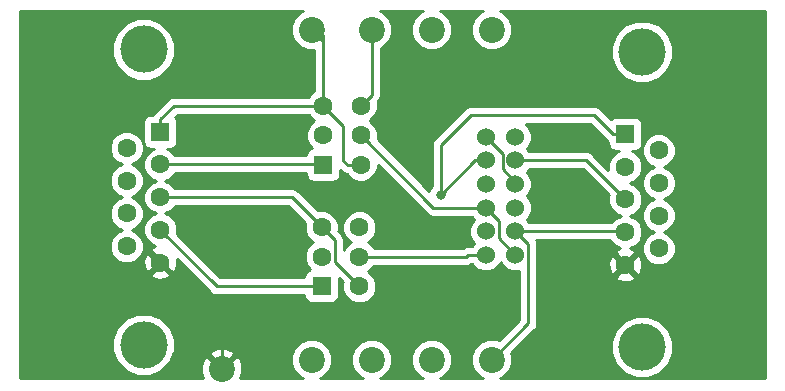
<source format=gbr>
G04 #@! TF.GenerationSoftware,KiCad,Pcbnew,(5.0.1)-rc2*
G04 #@! TF.CreationDate,2019-06-29T00:56:30-07:00*
G04 #@! TF.ProjectId,DB9_Switcher,4442395F53776974636865722E6B6963,rev?*
G04 #@! TF.SameCoordinates,Original*
G04 #@! TF.FileFunction,Copper,L1,Top,Signal*
G04 #@! TF.FilePolarity,Positive*
%FSLAX46Y46*%
G04 Gerber Fmt 4.6, Leading zero omitted, Abs format (unit mm)*
G04 Created by KiCad (PCBNEW (5.0.1)-rc2) date 6/29/2019 12:56:30 AM*
%MOMM*%
%LPD*%
G01*
G04 APERTURE LIST*
G04 #@! TA.AperFunction,ComponentPad*
%ADD10R,1.600000X1.600000*%
G04 #@! TD*
G04 #@! TA.AperFunction,ComponentPad*
%ADD11C,1.600000*%
G04 #@! TD*
G04 #@! TA.AperFunction,ComponentPad*
%ADD12C,4.000000*%
G04 #@! TD*
G04 #@! TA.AperFunction,ComponentPad*
%ADD13C,1.524000*%
G04 #@! TD*
G04 #@! TA.AperFunction,ComponentPad*
%ADD14C,2.200000*%
G04 #@! TD*
G04 #@! TA.AperFunction,ViaPad*
%ADD15C,0.800000*%
G04 #@! TD*
G04 #@! TA.AperFunction,Conductor*
%ADD16C,0.250000*%
G04 #@! TD*
G04 #@! TA.AperFunction,Conductor*
%ADD17C,0.254000*%
G04 #@! TD*
G04 APERTURE END LIST*
D10*
G04 #@! TO.P,J2,1*
G04 #@! TO.N,Net-(J2-Pad1)*
X165481000Y-75882500D03*
D11*
G04 #@! TO.P,J2,2*
G04 #@! TO.N,Net-(J2-Pad2)*
X165481000Y-78652500D03*
G04 #@! TO.P,J2,3*
G04 #@! TO.N,Net-(J2-Pad3)*
X165481000Y-81422500D03*
G04 #@! TO.P,J2,4*
G04 #@! TO.N,Net-(J2-Pad4)*
X165481000Y-84192500D03*
G04 #@! TO.P,J2,5*
G04 #@! TO.N,GND*
X165481000Y-86962500D03*
G04 #@! TO.P,J2,6*
G04 #@! TO.N,Net-(J2-Pad6)*
X168321000Y-77267500D03*
G04 #@! TO.P,J2,7*
G04 #@! TO.N,Net-(J2-Pad7)*
X168321000Y-80037500D03*
G04 #@! TO.P,J2,8*
G04 #@! TO.N,Net-(J2-Pad8)*
X168321000Y-82807500D03*
G04 #@! TO.P,J2,9*
G04 #@! TO.N,Net-(J2-Pad9)*
X168321000Y-85577500D03*
D12*
G04 #@! TO.P,J2,0*
G04 #@! TO.N,N/C*
X166901000Y-93922500D03*
X166901000Y-68922500D03*
G04 #@! TD*
D10*
G04 #@! TO.P,J1,1*
G04 #@! TO.N,/1*
X126111000Y-75692000D03*
D11*
G04 #@! TO.P,J1,2*
G04 #@! TO.N,/2*
X126111000Y-78462000D03*
G04 #@! TO.P,J1,3*
G04 #@! TO.N,/3*
X126111000Y-81232000D03*
G04 #@! TO.P,J1,4*
G04 #@! TO.N,/4*
X126111000Y-84002000D03*
G04 #@! TO.P,J1,5*
G04 #@! TO.N,GND*
X126111000Y-86772000D03*
G04 #@! TO.P,J1,6*
G04 #@! TO.N,Net-(J1-Pad6)*
X123271000Y-77077000D03*
G04 #@! TO.P,J1,7*
G04 #@! TO.N,Net-(J1-Pad7)*
X123271000Y-79847000D03*
G04 #@! TO.P,J1,8*
G04 #@! TO.N,Net-(J1-Pad8)*
X123271000Y-82617000D03*
G04 #@! TO.P,J1,9*
G04 #@! TO.N,Net-(J1-Pad9)*
X123271000Y-85387000D03*
D12*
G04 #@! TO.P,J1,0*
G04 #@! TO.N,N/C*
X124691000Y-68732000D03*
X124691000Y-93732000D03*
G04 #@! TD*
D10*
G04 #@! TO.P,SW1,1*
G04 #@! TO.N,/2*
X139890500Y-78486000D03*
D11*
G04 #@! TO.P,SW1,2*
G04 #@! TO.N,/A_int*
X139890500Y-75986000D03*
G04 #@! TO.P,SW1,3*
G04 #@! TO.N,/1*
X139890500Y-73486000D03*
G04 #@! TO.P,SW1,4*
X143090500Y-78486000D03*
G04 #@! TO.P,SW1,5*
G04 #@! TO.N,/B_int*
X143090500Y-75986000D03*
G04 #@! TO.P,SW1,6*
G04 #@! TO.N,/2*
X143090500Y-73486000D03*
G04 #@! TD*
G04 #@! TO.P,SW2,6*
G04 #@! TO.N,/4*
X142963500Y-83773000D03*
G04 #@! TO.P,SW2,5*
G04 #@! TO.N,/D_int*
X142963500Y-86273000D03*
G04 #@! TO.P,SW2,4*
G04 #@! TO.N,/3*
X142963500Y-88773000D03*
G04 #@! TO.P,SW2,3*
X139763500Y-83773000D03*
G04 #@! TO.P,SW2,2*
G04 #@! TO.N,/C_int*
X139763500Y-86273000D03*
D10*
G04 #@! TO.P,SW2,1*
G04 #@! TO.N,/4*
X139763500Y-88773000D03*
G04 #@! TD*
D13*
G04 #@! TO.P,U1,1*
G04 #@! TO.N,/A_int*
X153670000Y-76128500D03*
G04 #@! TO.P,U1,2*
G04 #@! TO.N,Net-(J2-Pad1)*
X153670000Y-78128500D03*
G04 #@! TO.P,U1,3*
G04 #@! TO.N,/C_int*
X153670000Y-80128500D03*
G04 #@! TO.P,U1,4*
G04 #@! TO.N,/B_int*
X153670000Y-82128500D03*
G04 #@! TO.P,U1,5*
G04 #@! TO.N,Net-(J2-Pad2)*
X153670000Y-84128500D03*
G04 #@! TO.P,U1,6*
G04 #@! TO.N,/D_int*
X153670000Y-86128500D03*
G04 #@! TO.P,U1,7*
G04 #@! TO.N,/C_int*
X156170000Y-76128500D03*
G04 #@! TO.P,U1,8*
G04 #@! TO.N,Net-(J2-Pad3)*
X156170000Y-78128500D03*
G04 #@! TO.P,U1,9*
G04 #@! TO.N,/A_int*
X156170000Y-80128500D03*
G04 #@! TO.P,U1,10*
G04 #@! TO.N,/D_int*
X156170000Y-82128500D03*
G04 #@! TO.P,U1,11*
G04 #@! TO.N,Net-(J2-Pad4)*
X156170000Y-84128500D03*
G04 #@! TO.P,U1,12*
G04 #@! TO.N,/B_int*
X156170000Y-86128500D03*
G04 #@! TD*
D14*
G04 #@! TO.P,GND,1*
G04 #@! TO.N,GND*
X131318000Y-95758000D03*
G04 #@! TD*
G04 #@! TO.P,IN 1,1*
G04 #@! TO.N,/1*
X138938000Y-67056000D03*
G04 #@! TD*
G04 #@! TO.P,IN 2,1*
G04 #@! TO.N,/2*
X144018000Y-67056000D03*
G04 #@! TD*
G04 #@! TO.P,IN 3,1*
G04 #@! TO.N,/3*
X149098000Y-67056000D03*
G04 #@! TD*
G04 #@! TO.P,IN 4,1*
G04 #@! TO.N,/4*
X154178000Y-67056000D03*
G04 #@! TD*
G04 #@! TO.P,OUT 1,1*
G04 #@! TO.N,Net-(J2-Pad1)*
X138938000Y-94996000D03*
G04 #@! TD*
G04 #@! TO.P,OUT 2,1*
G04 #@! TO.N,Net-(J2-Pad2)*
X144018000Y-94996000D03*
G04 #@! TD*
G04 #@! TO.P,OUT 3,1*
G04 #@! TO.N,Net-(J2-Pad3)*
X149098000Y-94996000D03*
G04 #@! TD*
G04 #@! TO.P,OUT 4,1*
G04 #@! TO.N,Net-(J2-Pad4)*
X154178000Y-94996000D03*
G04 #@! TD*
D15*
G04 #@! TO.N,GND*
X161290000Y-67310000D03*
X152400000Y-71755000D03*
X132080000Y-71120000D03*
X119380000Y-71120000D03*
X119380000Y-78740000D03*
X119380000Y-86360000D03*
X119380000Y-91440000D03*
X172720000Y-71120000D03*
X172720000Y-86360000D03*
X172720000Y-78740000D03*
X172720000Y-91440000D03*
X147320000Y-76200000D03*
X147320000Y-83820000D03*
X134620000Y-91440000D03*
X149860000Y-91440000D03*
X159385000Y-94615000D03*
X139700000Y-81280000D03*
X130175000Y-76200000D03*
X130175000Y-80010000D03*
X130175000Y-86360000D03*
X159385000Y-76835000D03*
X159385000Y-81915000D03*
X159385000Y-90170000D03*
G04 #@! TO.N,Net-(J2-Pad1)*
X149860000Y-81026000D03*
G04 #@! TD*
D16*
G04 #@! TO.N,/1*
X127267000Y-73486000D02*
X139890500Y-73486000D01*
X126111000Y-75692000D02*
X126111000Y-74642000D01*
X126111000Y-74642000D02*
X127267000Y-73486000D01*
X141959130Y-78486000D02*
X141605000Y-78131870D01*
X143090500Y-78486000D02*
X141959130Y-78486000D01*
X141605000Y-75200500D02*
X139890500Y-73486000D01*
X141605000Y-78131870D02*
X141605000Y-75200500D01*
X139890500Y-68008500D02*
X138938000Y-67056000D01*
X139890500Y-73486000D02*
X139890500Y-67500500D01*
G04 #@! TO.N,/2*
X139866500Y-78462000D02*
X139890500Y-78486000D01*
X126111000Y-78462000D02*
X139866500Y-78462000D01*
X144018000Y-72558500D02*
X143090500Y-73486000D01*
X144018000Y-66548000D02*
X144018000Y-72558500D01*
G04 #@! TO.N,/3*
X137222500Y-81232000D02*
X139763500Y-83773000D01*
X126111000Y-81232000D02*
X137222500Y-81232000D01*
X142163501Y-87973001D02*
X142963500Y-88773000D01*
X140888501Y-86698001D02*
X142163501Y-87973001D01*
X140888501Y-84898001D02*
X140888501Y-86698001D01*
X139763500Y-83773000D02*
X140888501Y-84898001D01*
G04 #@! TO.N,/4*
X130882000Y-88773000D02*
X139763500Y-88773000D01*
X126111000Y-84002000D02*
X130882000Y-88773000D01*
G04 #@! TO.N,GND*
X131318000Y-91979000D02*
X126111000Y-86772000D01*
X131318000Y-95758000D02*
X131318000Y-91979000D01*
X144780000Y-81280000D02*
X147320000Y-83820000D01*
X139700000Y-81280000D02*
X144780000Y-81280000D01*
X138430000Y-80010000D02*
X139700000Y-81280000D01*
X130175000Y-80010000D02*
X138430000Y-80010000D01*
G04 #@! TO.N,Net-(J2-Pad1)*
X152757500Y-78128500D02*
X153670000Y-78128500D01*
X149860000Y-81026000D02*
X152757500Y-78128500D01*
X164431000Y-75882500D02*
X162843500Y-74295000D01*
X165481000Y-75882500D02*
X164431000Y-75882500D01*
X162843500Y-74295000D02*
X152400000Y-74295000D01*
X149860000Y-76835000D02*
X149860000Y-81026000D01*
X152400000Y-74295000D02*
X149860000Y-76835000D01*
G04 #@! TO.N,Net-(J2-Pad3)*
X162187000Y-78128500D02*
X156170000Y-78128500D01*
X165481000Y-81422500D02*
X162187000Y-78128500D01*
G04 #@! TO.N,Net-(J2-Pad4)*
X165417000Y-84128500D02*
X165481000Y-84192500D01*
X156170000Y-84128500D02*
X165417000Y-84128500D01*
X156931999Y-84890499D02*
X156170000Y-84128500D01*
X157257001Y-85215501D02*
X156931999Y-84890499D01*
X157257001Y-91916999D02*
X157257001Y-85215501D01*
X154178000Y-94996000D02*
X157257001Y-91916999D01*
G04 #@! TO.N,/A_int*
X156170000Y-79970000D02*
X156170000Y-80128500D01*
X155082999Y-78882999D02*
X156170000Y-79970000D01*
X155082999Y-77541499D02*
X155082999Y-78882999D01*
X153670000Y-76128500D02*
X155082999Y-77541499D01*
G04 #@! TO.N,/B_int*
X143090500Y-75986000D02*
X149233000Y-82128500D01*
X149233000Y-82128500D02*
X153670000Y-82128500D01*
X154431999Y-82890499D02*
X153670000Y-82128500D01*
X154757001Y-83215501D02*
X154431999Y-82890499D01*
X154757001Y-84715501D02*
X154757001Y-83215501D01*
X156170000Y-86128500D02*
X154757001Y-84715501D01*
G04 #@! TO.N,/D_int*
X152001500Y-86273000D02*
X152146000Y-86128500D01*
X142963500Y-86273000D02*
X152001500Y-86273000D01*
X152146000Y-86128500D02*
X153670000Y-86128500D01*
G04 #@! TD*
D17*
G04 #@! TO.N,GND*
G36*
X148115201Y-65585138D02*
X147627138Y-66073201D01*
X147363000Y-66710887D01*
X147363000Y-67401113D01*
X147627138Y-68038799D01*
X148115201Y-68526862D01*
X148752887Y-68791000D01*
X149443113Y-68791000D01*
X150080799Y-68526862D01*
X150568862Y-68038799D01*
X150833000Y-67401113D01*
X150833000Y-66710887D01*
X150568862Y-66073201D01*
X150080799Y-65585138D01*
X149826973Y-65480000D01*
X153449027Y-65480000D01*
X153195201Y-65585138D01*
X152707138Y-66073201D01*
X152443000Y-66710887D01*
X152443000Y-67401113D01*
X152707138Y-68038799D01*
X153195201Y-68526862D01*
X153832887Y-68791000D01*
X154523113Y-68791000D01*
X155160799Y-68526862D01*
X155289295Y-68398366D01*
X164266000Y-68398366D01*
X164266000Y-69446634D01*
X164667155Y-70415108D01*
X165408392Y-71156345D01*
X166376866Y-71557500D01*
X167425134Y-71557500D01*
X168393608Y-71156345D01*
X169134845Y-70415108D01*
X169536000Y-69446634D01*
X169536000Y-68398366D01*
X169134845Y-67429892D01*
X168393608Y-66688655D01*
X167425134Y-66287500D01*
X166376866Y-66287500D01*
X165408392Y-66688655D01*
X164667155Y-67429892D01*
X164266000Y-68398366D01*
X155289295Y-68398366D01*
X155648862Y-68038799D01*
X155913000Y-67401113D01*
X155913000Y-66710887D01*
X155648862Y-66073201D01*
X155160799Y-65585138D01*
X154906973Y-65480000D01*
X177344000Y-65480000D01*
X177344001Y-96572000D01*
X154906973Y-96572000D01*
X155160799Y-96466862D01*
X155648862Y-95978799D01*
X155913000Y-95341113D01*
X155913000Y-94650887D01*
X155820714Y-94428088D01*
X156850436Y-93398366D01*
X164266000Y-93398366D01*
X164266000Y-94446634D01*
X164667155Y-95415108D01*
X165408392Y-96156345D01*
X166376866Y-96557500D01*
X167425134Y-96557500D01*
X168393608Y-96156345D01*
X169134845Y-95415108D01*
X169536000Y-94446634D01*
X169536000Y-93398366D01*
X169134845Y-92429892D01*
X168393608Y-91688655D01*
X167425134Y-91287500D01*
X166376866Y-91287500D01*
X165408392Y-91688655D01*
X164667155Y-92429892D01*
X164266000Y-93398366D01*
X156850436Y-93398366D01*
X157741474Y-92507328D01*
X157804930Y-92464928D01*
X157972905Y-92213536D01*
X158017001Y-91991851D01*
X158017001Y-91991846D01*
X158031889Y-91916999D01*
X158017001Y-91842152D01*
X158017001Y-87970245D01*
X164652861Y-87970245D01*
X164726995Y-88216364D01*
X165264223Y-88409465D01*
X165834454Y-88382278D01*
X166235005Y-88216364D01*
X166309139Y-87970245D01*
X165481000Y-87142105D01*
X164652861Y-87970245D01*
X158017001Y-87970245D01*
X158017001Y-86745723D01*
X164034035Y-86745723D01*
X164061222Y-87315954D01*
X164227136Y-87716505D01*
X164473255Y-87790639D01*
X165301395Y-86962500D01*
X165660605Y-86962500D01*
X166488745Y-87790639D01*
X166734864Y-87716505D01*
X166927965Y-87179277D01*
X166900778Y-86609046D01*
X166734864Y-86208495D01*
X166488745Y-86134361D01*
X165660605Y-86962500D01*
X165301395Y-86962500D01*
X164473255Y-86134361D01*
X164227136Y-86208495D01*
X164034035Y-86745723D01*
X158017001Y-86745723D01*
X158017001Y-85290347D01*
X158031889Y-85215500D01*
X158017001Y-85140653D01*
X158017001Y-85140649D01*
X157972905Y-84918964D01*
X157952550Y-84888500D01*
X164216060Y-84888500D01*
X164264466Y-85005362D01*
X164668138Y-85409034D01*
X165059218Y-85571025D01*
X164726995Y-85708636D01*
X164652861Y-85954755D01*
X165481000Y-86782895D01*
X166309139Y-85954755D01*
X166235005Y-85708636D01*
X165879261Y-85580768D01*
X166293862Y-85409034D01*
X166697534Y-85005362D01*
X166916000Y-84477939D01*
X166916000Y-83907061D01*
X166697534Y-83379638D01*
X166293862Y-82975966D01*
X165887150Y-82807500D01*
X166293862Y-82639034D01*
X166697534Y-82235362D01*
X166916000Y-81707939D01*
X166916000Y-81137061D01*
X166697534Y-80609638D01*
X166293862Y-80205966D01*
X165887150Y-80037500D01*
X166293862Y-79869034D01*
X166697534Y-79465362D01*
X166916000Y-78937939D01*
X166916000Y-78367061D01*
X166697534Y-77839638D01*
X166293862Y-77435966D01*
X166037893Y-77329940D01*
X166281000Y-77329940D01*
X166528765Y-77280657D01*
X166738809Y-77140309D01*
X166844547Y-76982061D01*
X166886000Y-76982061D01*
X166886000Y-77552939D01*
X167104466Y-78080362D01*
X167508138Y-78484034D01*
X167914850Y-78652500D01*
X167508138Y-78820966D01*
X167104466Y-79224638D01*
X166886000Y-79752061D01*
X166886000Y-80322939D01*
X167104466Y-80850362D01*
X167508138Y-81254034D01*
X167914850Y-81422500D01*
X167508138Y-81590966D01*
X167104466Y-81994638D01*
X166886000Y-82522061D01*
X166886000Y-83092939D01*
X167104466Y-83620362D01*
X167508138Y-84024034D01*
X167914850Y-84192500D01*
X167508138Y-84360966D01*
X167104466Y-84764638D01*
X166886000Y-85292061D01*
X166886000Y-85862939D01*
X167104466Y-86390362D01*
X167508138Y-86794034D01*
X168035561Y-87012500D01*
X168606439Y-87012500D01*
X169133862Y-86794034D01*
X169537534Y-86390362D01*
X169756000Y-85862939D01*
X169756000Y-85292061D01*
X169537534Y-84764638D01*
X169133862Y-84360966D01*
X168727150Y-84192500D01*
X169133862Y-84024034D01*
X169537534Y-83620362D01*
X169756000Y-83092939D01*
X169756000Y-82522061D01*
X169537534Y-81994638D01*
X169133862Y-81590966D01*
X168727150Y-81422500D01*
X169133862Y-81254034D01*
X169537534Y-80850362D01*
X169756000Y-80322939D01*
X169756000Y-79752061D01*
X169537534Y-79224638D01*
X169133862Y-78820966D01*
X168727150Y-78652500D01*
X169133862Y-78484034D01*
X169537534Y-78080362D01*
X169756000Y-77552939D01*
X169756000Y-76982061D01*
X169537534Y-76454638D01*
X169133862Y-76050966D01*
X168606439Y-75832500D01*
X168035561Y-75832500D01*
X167508138Y-76050966D01*
X167104466Y-76454638D01*
X166886000Y-76982061D01*
X166844547Y-76982061D01*
X166879157Y-76930265D01*
X166928440Y-76682500D01*
X166928440Y-75082500D01*
X166879157Y-74834735D01*
X166738809Y-74624691D01*
X166528765Y-74484343D01*
X166281000Y-74435060D01*
X164681000Y-74435060D01*
X164433235Y-74484343D01*
X164238058Y-74614757D01*
X163433831Y-73810530D01*
X163391429Y-73747071D01*
X163140037Y-73579096D01*
X162918352Y-73535000D01*
X162918347Y-73535000D01*
X162843500Y-73520112D01*
X162768653Y-73535000D01*
X152474846Y-73535000D01*
X152399999Y-73520112D01*
X152325152Y-73535000D01*
X152325148Y-73535000D01*
X152103463Y-73579096D01*
X152103461Y-73579097D01*
X152103462Y-73579097D01*
X151915526Y-73704671D01*
X151915524Y-73704673D01*
X151852071Y-73747071D01*
X151809673Y-73810524D01*
X149375530Y-76244669D01*
X149312071Y-76287071D01*
X149144096Y-76538464D01*
X149100000Y-76760149D01*
X149100000Y-76760153D01*
X149085112Y-76835000D01*
X149100000Y-76909847D01*
X149100001Y-80322288D01*
X148982569Y-80439720D01*
X148876089Y-80696787D01*
X144503603Y-76324302D01*
X144525500Y-76271439D01*
X144525500Y-75700561D01*
X144307034Y-75173138D01*
X143903362Y-74769466D01*
X143822568Y-74736000D01*
X143903362Y-74702534D01*
X144307034Y-74298862D01*
X144525500Y-73771439D01*
X144525500Y-73200561D01*
X144503725Y-73147992D01*
X144565929Y-73106429D01*
X144733904Y-72855037D01*
X144778000Y-72633352D01*
X144778000Y-72633348D01*
X144792888Y-72558501D01*
X144778000Y-72483654D01*
X144778000Y-68619148D01*
X145000799Y-68526862D01*
X145488862Y-68038799D01*
X145753000Y-67401113D01*
X145753000Y-66710887D01*
X145488862Y-66073201D01*
X145000799Y-65585138D01*
X144746973Y-65480000D01*
X148369027Y-65480000D01*
X148115201Y-65585138D01*
X148115201Y-65585138D01*
G37*
X148115201Y-65585138D02*
X147627138Y-66073201D01*
X147363000Y-66710887D01*
X147363000Y-67401113D01*
X147627138Y-68038799D01*
X148115201Y-68526862D01*
X148752887Y-68791000D01*
X149443113Y-68791000D01*
X150080799Y-68526862D01*
X150568862Y-68038799D01*
X150833000Y-67401113D01*
X150833000Y-66710887D01*
X150568862Y-66073201D01*
X150080799Y-65585138D01*
X149826973Y-65480000D01*
X153449027Y-65480000D01*
X153195201Y-65585138D01*
X152707138Y-66073201D01*
X152443000Y-66710887D01*
X152443000Y-67401113D01*
X152707138Y-68038799D01*
X153195201Y-68526862D01*
X153832887Y-68791000D01*
X154523113Y-68791000D01*
X155160799Y-68526862D01*
X155289295Y-68398366D01*
X164266000Y-68398366D01*
X164266000Y-69446634D01*
X164667155Y-70415108D01*
X165408392Y-71156345D01*
X166376866Y-71557500D01*
X167425134Y-71557500D01*
X168393608Y-71156345D01*
X169134845Y-70415108D01*
X169536000Y-69446634D01*
X169536000Y-68398366D01*
X169134845Y-67429892D01*
X168393608Y-66688655D01*
X167425134Y-66287500D01*
X166376866Y-66287500D01*
X165408392Y-66688655D01*
X164667155Y-67429892D01*
X164266000Y-68398366D01*
X155289295Y-68398366D01*
X155648862Y-68038799D01*
X155913000Y-67401113D01*
X155913000Y-66710887D01*
X155648862Y-66073201D01*
X155160799Y-65585138D01*
X154906973Y-65480000D01*
X177344000Y-65480000D01*
X177344001Y-96572000D01*
X154906973Y-96572000D01*
X155160799Y-96466862D01*
X155648862Y-95978799D01*
X155913000Y-95341113D01*
X155913000Y-94650887D01*
X155820714Y-94428088D01*
X156850436Y-93398366D01*
X164266000Y-93398366D01*
X164266000Y-94446634D01*
X164667155Y-95415108D01*
X165408392Y-96156345D01*
X166376866Y-96557500D01*
X167425134Y-96557500D01*
X168393608Y-96156345D01*
X169134845Y-95415108D01*
X169536000Y-94446634D01*
X169536000Y-93398366D01*
X169134845Y-92429892D01*
X168393608Y-91688655D01*
X167425134Y-91287500D01*
X166376866Y-91287500D01*
X165408392Y-91688655D01*
X164667155Y-92429892D01*
X164266000Y-93398366D01*
X156850436Y-93398366D01*
X157741474Y-92507328D01*
X157804930Y-92464928D01*
X157972905Y-92213536D01*
X158017001Y-91991851D01*
X158017001Y-91991846D01*
X158031889Y-91916999D01*
X158017001Y-91842152D01*
X158017001Y-87970245D01*
X164652861Y-87970245D01*
X164726995Y-88216364D01*
X165264223Y-88409465D01*
X165834454Y-88382278D01*
X166235005Y-88216364D01*
X166309139Y-87970245D01*
X165481000Y-87142105D01*
X164652861Y-87970245D01*
X158017001Y-87970245D01*
X158017001Y-86745723D01*
X164034035Y-86745723D01*
X164061222Y-87315954D01*
X164227136Y-87716505D01*
X164473255Y-87790639D01*
X165301395Y-86962500D01*
X165660605Y-86962500D01*
X166488745Y-87790639D01*
X166734864Y-87716505D01*
X166927965Y-87179277D01*
X166900778Y-86609046D01*
X166734864Y-86208495D01*
X166488745Y-86134361D01*
X165660605Y-86962500D01*
X165301395Y-86962500D01*
X164473255Y-86134361D01*
X164227136Y-86208495D01*
X164034035Y-86745723D01*
X158017001Y-86745723D01*
X158017001Y-85290347D01*
X158031889Y-85215500D01*
X158017001Y-85140653D01*
X158017001Y-85140649D01*
X157972905Y-84918964D01*
X157952550Y-84888500D01*
X164216060Y-84888500D01*
X164264466Y-85005362D01*
X164668138Y-85409034D01*
X165059218Y-85571025D01*
X164726995Y-85708636D01*
X164652861Y-85954755D01*
X165481000Y-86782895D01*
X166309139Y-85954755D01*
X166235005Y-85708636D01*
X165879261Y-85580768D01*
X166293862Y-85409034D01*
X166697534Y-85005362D01*
X166916000Y-84477939D01*
X166916000Y-83907061D01*
X166697534Y-83379638D01*
X166293862Y-82975966D01*
X165887150Y-82807500D01*
X166293862Y-82639034D01*
X166697534Y-82235362D01*
X166916000Y-81707939D01*
X166916000Y-81137061D01*
X166697534Y-80609638D01*
X166293862Y-80205966D01*
X165887150Y-80037500D01*
X166293862Y-79869034D01*
X166697534Y-79465362D01*
X166916000Y-78937939D01*
X166916000Y-78367061D01*
X166697534Y-77839638D01*
X166293862Y-77435966D01*
X166037893Y-77329940D01*
X166281000Y-77329940D01*
X166528765Y-77280657D01*
X166738809Y-77140309D01*
X166844547Y-76982061D01*
X166886000Y-76982061D01*
X166886000Y-77552939D01*
X167104466Y-78080362D01*
X167508138Y-78484034D01*
X167914850Y-78652500D01*
X167508138Y-78820966D01*
X167104466Y-79224638D01*
X166886000Y-79752061D01*
X166886000Y-80322939D01*
X167104466Y-80850362D01*
X167508138Y-81254034D01*
X167914850Y-81422500D01*
X167508138Y-81590966D01*
X167104466Y-81994638D01*
X166886000Y-82522061D01*
X166886000Y-83092939D01*
X167104466Y-83620362D01*
X167508138Y-84024034D01*
X167914850Y-84192500D01*
X167508138Y-84360966D01*
X167104466Y-84764638D01*
X166886000Y-85292061D01*
X166886000Y-85862939D01*
X167104466Y-86390362D01*
X167508138Y-86794034D01*
X168035561Y-87012500D01*
X168606439Y-87012500D01*
X169133862Y-86794034D01*
X169537534Y-86390362D01*
X169756000Y-85862939D01*
X169756000Y-85292061D01*
X169537534Y-84764638D01*
X169133862Y-84360966D01*
X168727150Y-84192500D01*
X169133862Y-84024034D01*
X169537534Y-83620362D01*
X169756000Y-83092939D01*
X169756000Y-82522061D01*
X169537534Y-81994638D01*
X169133862Y-81590966D01*
X168727150Y-81422500D01*
X169133862Y-81254034D01*
X169537534Y-80850362D01*
X169756000Y-80322939D01*
X169756000Y-79752061D01*
X169537534Y-79224638D01*
X169133862Y-78820966D01*
X168727150Y-78652500D01*
X169133862Y-78484034D01*
X169537534Y-78080362D01*
X169756000Y-77552939D01*
X169756000Y-76982061D01*
X169537534Y-76454638D01*
X169133862Y-76050966D01*
X168606439Y-75832500D01*
X168035561Y-75832500D01*
X167508138Y-76050966D01*
X167104466Y-76454638D01*
X166886000Y-76982061D01*
X166844547Y-76982061D01*
X166879157Y-76930265D01*
X166928440Y-76682500D01*
X166928440Y-75082500D01*
X166879157Y-74834735D01*
X166738809Y-74624691D01*
X166528765Y-74484343D01*
X166281000Y-74435060D01*
X164681000Y-74435060D01*
X164433235Y-74484343D01*
X164238058Y-74614757D01*
X163433831Y-73810530D01*
X163391429Y-73747071D01*
X163140037Y-73579096D01*
X162918352Y-73535000D01*
X162918347Y-73535000D01*
X162843500Y-73520112D01*
X162768653Y-73535000D01*
X152474846Y-73535000D01*
X152399999Y-73520112D01*
X152325152Y-73535000D01*
X152325148Y-73535000D01*
X152103463Y-73579096D01*
X152103461Y-73579097D01*
X152103462Y-73579097D01*
X151915526Y-73704671D01*
X151915524Y-73704673D01*
X151852071Y-73747071D01*
X151809673Y-73810524D01*
X149375530Y-76244669D01*
X149312071Y-76287071D01*
X149144096Y-76538464D01*
X149100000Y-76760149D01*
X149100000Y-76760153D01*
X149085112Y-76835000D01*
X149100000Y-76909847D01*
X149100001Y-80322288D01*
X148982569Y-80439720D01*
X148876089Y-80696787D01*
X144503603Y-76324302D01*
X144525500Y-76271439D01*
X144525500Y-75700561D01*
X144307034Y-75173138D01*
X143903362Y-74769466D01*
X143822568Y-74736000D01*
X143903362Y-74702534D01*
X144307034Y-74298862D01*
X144525500Y-73771439D01*
X144525500Y-73200561D01*
X144503725Y-73147992D01*
X144565929Y-73106429D01*
X144733904Y-72855037D01*
X144778000Y-72633352D01*
X144778000Y-72633348D01*
X144792888Y-72558501D01*
X144778000Y-72483654D01*
X144778000Y-68619148D01*
X145000799Y-68526862D01*
X145488862Y-68038799D01*
X145753000Y-67401113D01*
X145753000Y-66710887D01*
X145488862Y-66073201D01*
X145000799Y-65585138D01*
X144746973Y-65480000D01*
X148369027Y-65480000D01*
X148115201Y-65585138D01*
G36*
X137955201Y-65585138D02*
X137467138Y-66073201D01*
X137203000Y-66710887D01*
X137203000Y-67401113D01*
X137467138Y-68038799D01*
X137955201Y-68526862D01*
X138592887Y-68791000D01*
X139130501Y-68791000D01*
X139130500Y-72247570D01*
X139077638Y-72269466D01*
X138673966Y-72673138D01*
X138652070Y-72726000D01*
X127341847Y-72726000D01*
X127267000Y-72711112D01*
X127192153Y-72726000D01*
X127192148Y-72726000D01*
X126970463Y-72770096D01*
X126719071Y-72938071D01*
X126676671Y-73001527D01*
X125626528Y-74051671D01*
X125563072Y-74094071D01*
X125520672Y-74157527D01*
X125520671Y-74157528D01*
X125462518Y-74244560D01*
X125311000Y-74244560D01*
X125063235Y-74293843D01*
X124853191Y-74434191D01*
X124712843Y-74644235D01*
X124663560Y-74892000D01*
X124663560Y-76492000D01*
X124712843Y-76739765D01*
X124853191Y-76949809D01*
X125063235Y-77090157D01*
X125311000Y-77139440D01*
X125554107Y-77139440D01*
X125298138Y-77245466D01*
X124894466Y-77649138D01*
X124676000Y-78176561D01*
X124676000Y-78747439D01*
X124894466Y-79274862D01*
X125298138Y-79678534D01*
X125704850Y-79847000D01*
X125298138Y-80015466D01*
X124894466Y-80419138D01*
X124676000Y-80946561D01*
X124676000Y-81517439D01*
X124894466Y-82044862D01*
X125298138Y-82448534D01*
X125704850Y-82617000D01*
X125298138Y-82785466D01*
X124894466Y-83189138D01*
X124676000Y-83716561D01*
X124676000Y-84287439D01*
X124894466Y-84814862D01*
X125298138Y-85218534D01*
X125689218Y-85380525D01*
X125356995Y-85518136D01*
X125282861Y-85764255D01*
X126111000Y-86592395D01*
X126125142Y-86578252D01*
X126304748Y-86757858D01*
X126290605Y-86772000D01*
X127118745Y-87600139D01*
X127364864Y-87526005D01*
X127557965Y-86988777D01*
X127534685Y-86500486D01*
X130291671Y-89257473D01*
X130334071Y-89320929D01*
X130585463Y-89488904D01*
X130807148Y-89533000D01*
X130807153Y-89533000D01*
X130882000Y-89547888D01*
X130956847Y-89533000D01*
X138316060Y-89533000D01*
X138316060Y-89573000D01*
X138365343Y-89820765D01*
X138505691Y-90030809D01*
X138715735Y-90171157D01*
X138963500Y-90220440D01*
X140563500Y-90220440D01*
X140811265Y-90171157D01*
X141021309Y-90030809D01*
X141161657Y-89820765D01*
X141210940Y-89573000D01*
X141210940Y-88095242D01*
X141550396Y-88434699D01*
X141528500Y-88487561D01*
X141528500Y-89058439D01*
X141746966Y-89585862D01*
X142150638Y-89989534D01*
X142678061Y-90208000D01*
X143248939Y-90208000D01*
X143776362Y-89989534D01*
X144180034Y-89585862D01*
X144398500Y-89058439D01*
X144398500Y-88487561D01*
X144180034Y-87960138D01*
X143776362Y-87556466D01*
X143695568Y-87523000D01*
X143776362Y-87489534D01*
X144180034Y-87085862D01*
X144201930Y-87033000D01*
X151926653Y-87033000D01*
X152001500Y-87047888D01*
X152076347Y-87033000D01*
X152076352Y-87033000D01*
X152298037Y-86988904D01*
X152448302Y-86888500D01*
X152472700Y-86888500D01*
X152485680Y-86919837D01*
X152878663Y-87312820D01*
X153392119Y-87525500D01*
X153947881Y-87525500D01*
X154461337Y-87312820D01*
X154854320Y-86919837D01*
X154920000Y-86761271D01*
X154985680Y-86919837D01*
X155378663Y-87312820D01*
X155892119Y-87525500D01*
X156447881Y-87525500D01*
X156497002Y-87505154D01*
X156497001Y-91602197D01*
X154745912Y-93353286D01*
X154523113Y-93261000D01*
X153832887Y-93261000D01*
X153195201Y-93525138D01*
X152707138Y-94013201D01*
X152443000Y-94650887D01*
X152443000Y-95341113D01*
X152707138Y-95978799D01*
X153195201Y-96466862D01*
X153449027Y-96572000D01*
X149826973Y-96572000D01*
X150080799Y-96466862D01*
X150568862Y-95978799D01*
X150833000Y-95341113D01*
X150833000Y-94650887D01*
X150568862Y-94013201D01*
X150080799Y-93525138D01*
X149443113Y-93261000D01*
X148752887Y-93261000D01*
X148115201Y-93525138D01*
X147627138Y-94013201D01*
X147363000Y-94650887D01*
X147363000Y-95341113D01*
X147627138Y-95978799D01*
X148115201Y-96466862D01*
X148369027Y-96572000D01*
X144746973Y-96572000D01*
X145000799Y-96466862D01*
X145488862Y-95978799D01*
X145753000Y-95341113D01*
X145753000Y-94650887D01*
X145488862Y-94013201D01*
X145000799Y-93525138D01*
X144363113Y-93261000D01*
X143672887Y-93261000D01*
X143035201Y-93525138D01*
X142547138Y-94013201D01*
X142283000Y-94650887D01*
X142283000Y-95341113D01*
X142547138Y-95978799D01*
X143035201Y-96466862D01*
X143289027Y-96572000D01*
X139666973Y-96572000D01*
X139920799Y-96466862D01*
X140408862Y-95978799D01*
X140673000Y-95341113D01*
X140673000Y-94650887D01*
X140408862Y-94013201D01*
X139920799Y-93525138D01*
X139283113Y-93261000D01*
X138592887Y-93261000D01*
X137955201Y-93525138D01*
X137467138Y-94013201D01*
X137203000Y-94650887D01*
X137203000Y-95341113D01*
X137467138Y-95978799D01*
X137955201Y-96466862D01*
X138209027Y-96572000D01*
X132865418Y-96572000D01*
X133063323Y-96046407D01*
X133040836Y-95356547D01*
X132820099Y-94823641D01*
X132542868Y-94712737D01*
X131497605Y-95758000D01*
X131511748Y-95772143D01*
X131332143Y-95951748D01*
X131318000Y-95937605D01*
X131303858Y-95951748D01*
X131124253Y-95772143D01*
X131138395Y-95758000D01*
X130093132Y-94712737D01*
X129815901Y-94823641D01*
X129572677Y-95469593D01*
X129595164Y-96159453D01*
X129766047Y-96572000D01*
X114248000Y-96572000D01*
X114248000Y-93207866D01*
X122056000Y-93207866D01*
X122056000Y-94256134D01*
X122457155Y-95224608D01*
X123198392Y-95965845D01*
X124166866Y-96367000D01*
X125215134Y-96367000D01*
X126183608Y-95965845D01*
X126924845Y-95224608D01*
X127211263Y-94533132D01*
X130272737Y-94533132D01*
X131318000Y-95578395D01*
X132363263Y-94533132D01*
X132252359Y-94255901D01*
X131606407Y-94012677D01*
X130916547Y-94035164D01*
X130383641Y-94255901D01*
X130272737Y-94533132D01*
X127211263Y-94533132D01*
X127326000Y-94256134D01*
X127326000Y-93207866D01*
X126924845Y-92239392D01*
X126183608Y-91498155D01*
X125215134Y-91097000D01*
X124166866Y-91097000D01*
X123198392Y-91498155D01*
X122457155Y-92239392D01*
X122056000Y-93207866D01*
X114248000Y-93207866D01*
X114248000Y-87779745D01*
X125282861Y-87779745D01*
X125356995Y-88025864D01*
X125894223Y-88218965D01*
X126464454Y-88191778D01*
X126865005Y-88025864D01*
X126939139Y-87779745D01*
X126111000Y-86951605D01*
X125282861Y-87779745D01*
X114248000Y-87779745D01*
X114248000Y-76791561D01*
X121836000Y-76791561D01*
X121836000Y-77362439D01*
X122054466Y-77889862D01*
X122458138Y-78293534D01*
X122864850Y-78462000D01*
X122458138Y-78630466D01*
X122054466Y-79034138D01*
X121836000Y-79561561D01*
X121836000Y-80132439D01*
X122054466Y-80659862D01*
X122458138Y-81063534D01*
X122864850Y-81232000D01*
X122458138Y-81400466D01*
X122054466Y-81804138D01*
X121836000Y-82331561D01*
X121836000Y-82902439D01*
X122054466Y-83429862D01*
X122458138Y-83833534D01*
X122864850Y-84002000D01*
X122458138Y-84170466D01*
X122054466Y-84574138D01*
X121836000Y-85101561D01*
X121836000Y-85672439D01*
X122054466Y-86199862D01*
X122458138Y-86603534D01*
X122985561Y-86822000D01*
X123556439Y-86822000D01*
X124083862Y-86603534D01*
X124132173Y-86555223D01*
X124664035Y-86555223D01*
X124691222Y-87125454D01*
X124857136Y-87526005D01*
X125103255Y-87600139D01*
X125931395Y-86772000D01*
X125103255Y-85943861D01*
X124857136Y-86017995D01*
X124664035Y-86555223D01*
X124132173Y-86555223D01*
X124487534Y-86199862D01*
X124706000Y-85672439D01*
X124706000Y-85101561D01*
X124487534Y-84574138D01*
X124083862Y-84170466D01*
X123677150Y-84002000D01*
X124083862Y-83833534D01*
X124487534Y-83429862D01*
X124706000Y-82902439D01*
X124706000Y-82331561D01*
X124487534Y-81804138D01*
X124083862Y-81400466D01*
X123677150Y-81232000D01*
X124083862Y-81063534D01*
X124487534Y-80659862D01*
X124706000Y-80132439D01*
X124706000Y-79561561D01*
X124487534Y-79034138D01*
X124083862Y-78630466D01*
X123677150Y-78462000D01*
X124083862Y-78293534D01*
X124487534Y-77889862D01*
X124706000Y-77362439D01*
X124706000Y-76791561D01*
X124487534Y-76264138D01*
X124083862Y-75860466D01*
X123556439Y-75642000D01*
X122985561Y-75642000D01*
X122458138Y-75860466D01*
X122054466Y-76264138D01*
X121836000Y-76791561D01*
X114248000Y-76791561D01*
X114248000Y-68207866D01*
X122056000Y-68207866D01*
X122056000Y-69256134D01*
X122457155Y-70224608D01*
X123198392Y-70965845D01*
X124166866Y-71367000D01*
X125215134Y-71367000D01*
X126183608Y-70965845D01*
X126924845Y-70224608D01*
X127326000Y-69256134D01*
X127326000Y-68207866D01*
X126924845Y-67239392D01*
X126183608Y-66498155D01*
X125215134Y-66097000D01*
X124166866Y-66097000D01*
X123198392Y-66498155D01*
X122457155Y-67239392D01*
X122056000Y-68207866D01*
X114248000Y-68207866D01*
X114248000Y-65480000D01*
X138209027Y-65480000D01*
X137955201Y-65585138D01*
X137955201Y-65585138D01*
G37*
X137955201Y-65585138D02*
X137467138Y-66073201D01*
X137203000Y-66710887D01*
X137203000Y-67401113D01*
X137467138Y-68038799D01*
X137955201Y-68526862D01*
X138592887Y-68791000D01*
X139130501Y-68791000D01*
X139130500Y-72247570D01*
X139077638Y-72269466D01*
X138673966Y-72673138D01*
X138652070Y-72726000D01*
X127341847Y-72726000D01*
X127267000Y-72711112D01*
X127192153Y-72726000D01*
X127192148Y-72726000D01*
X126970463Y-72770096D01*
X126719071Y-72938071D01*
X126676671Y-73001527D01*
X125626528Y-74051671D01*
X125563072Y-74094071D01*
X125520672Y-74157527D01*
X125520671Y-74157528D01*
X125462518Y-74244560D01*
X125311000Y-74244560D01*
X125063235Y-74293843D01*
X124853191Y-74434191D01*
X124712843Y-74644235D01*
X124663560Y-74892000D01*
X124663560Y-76492000D01*
X124712843Y-76739765D01*
X124853191Y-76949809D01*
X125063235Y-77090157D01*
X125311000Y-77139440D01*
X125554107Y-77139440D01*
X125298138Y-77245466D01*
X124894466Y-77649138D01*
X124676000Y-78176561D01*
X124676000Y-78747439D01*
X124894466Y-79274862D01*
X125298138Y-79678534D01*
X125704850Y-79847000D01*
X125298138Y-80015466D01*
X124894466Y-80419138D01*
X124676000Y-80946561D01*
X124676000Y-81517439D01*
X124894466Y-82044862D01*
X125298138Y-82448534D01*
X125704850Y-82617000D01*
X125298138Y-82785466D01*
X124894466Y-83189138D01*
X124676000Y-83716561D01*
X124676000Y-84287439D01*
X124894466Y-84814862D01*
X125298138Y-85218534D01*
X125689218Y-85380525D01*
X125356995Y-85518136D01*
X125282861Y-85764255D01*
X126111000Y-86592395D01*
X126125142Y-86578252D01*
X126304748Y-86757858D01*
X126290605Y-86772000D01*
X127118745Y-87600139D01*
X127364864Y-87526005D01*
X127557965Y-86988777D01*
X127534685Y-86500486D01*
X130291671Y-89257473D01*
X130334071Y-89320929D01*
X130585463Y-89488904D01*
X130807148Y-89533000D01*
X130807153Y-89533000D01*
X130882000Y-89547888D01*
X130956847Y-89533000D01*
X138316060Y-89533000D01*
X138316060Y-89573000D01*
X138365343Y-89820765D01*
X138505691Y-90030809D01*
X138715735Y-90171157D01*
X138963500Y-90220440D01*
X140563500Y-90220440D01*
X140811265Y-90171157D01*
X141021309Y-90030809D01*
X141161657Y-89820765D01*
X141210940Y-89573000D01*
X141210940Y-88095242D01*
X141550396Y-88434699D01*
X141528500Y-88487561D01*
X141528500Y-89058439D01*
X141746966Y-89585862D01*
X142150638Y-89989534D01*
X142678061Y-90208000D01*
X143248939Y-90208000D01*
X143776362Y-89989534D01*
X144180034Y-89585862D01*
X144398500Y-89058439D01*
X144398500Y-88487561D01*
X144180034Y-87960138D01*
X143776362Y-87556466D01*
X143695568Y-87523000D01*
X143776362Y-87489534D01*
X144180034Y-87085862D01*
X144201930Y-87033000D01*
X151926653Y-87033000D01*
X152001500Y-87047888D01*
X152076347Y-87033000D01*
X152076352Y-87033000D01*
X152298037Y-86988904D01*
X152448302Y-86888500D01*
X152472700Y-86888500D01*
X152485680Y-86919837D01*
X152878663Y-87312820D01*
X153392119Y-87525500D01*
X153947881Y-87525500D01*
X154461337Y-87312820D01*
X154854320Y-86919837D01*
X154920000Y-86761271D01*
X154985680Y-86919837D01*
X155378663Y-87312820D01*
X155892119Y-87525500D01*
X156447881Y-87525500D01*
X156497002Y-87505154D01*
X156497001Y-91602197D01*
X154745912Y-93353286D01*
X154523113Y-93261000D01*
X153832887Y-93261000D01*
X153195201Y-93525138D01*
X152707138Y-94013201D01*
X152443000Y-94650887D01*
X152443000Y-95341113D01*
X152707138Y-95978799D01*
X153195201Y-96466862D01*
X153449027Y-96572000D01*
X149826973Y-96572000D01*
X150080799Y-96466862D01*
X150568862Y-95978799D01*
X150833000Y-95341113D01*
X150833000Y-94650887D01*
X150568862Y-94013201D01*
X150080799Y-93525138D01*
X149443113Y-93261000D01*
X148752887Y-93261000D01*
X148115201Y-93525138D01*
X147627138Y-94013201D01*
X147363000Y-94650887D01*
X147363000Y-95341113D01*
X147627138Y-95978799D01*
X148115201Y-96466862D01*
X148369027Y-96572000D01*
X144746973Y-96572000D01*
X145000799Y-96466862D01*
X145488862Y-95978799D01*
X145753000Y-95341113D01*
X145753000Y-94650887D01*
X145488862Y-94013201D01*
X145000799Y-93525138D01*
X144363113Y-93261000D01*
X143672887Y-93261000D01*
X143035201Y-93525138D01*
X142547138Y-94013201D01*
X142283000Y-94650887D01*
X142283000Y-95341113D01*
X142547138Y-95978799D01*
X143035201Y-96466862D01*
X143289027Y-96572000D01*
X139666973Y-96572000D01*
X139920799Y-96466862D01*
X140408862Y-95978799D01*
X140673000Y-95341113D01*
X140673000Y-94650887D01*
X140408862Y-94013201D01*
X139920799Y-93525138D01*
X139283113Y-93261000D01*
X138592887Y-93261000D01*
X137955201Y-93525138D01*
X137467138Y-94013201D01*
X137203000Y-94650887D01*
X137203000Y-95341113D01*
X137467138Y-95978799D01*
X137955201Y-96466862D01*
X138209027Y-96572000D01*
X132865418Y-96572000D01*
X133063323Y-96046407D01*
X133040836Y-95356547D01*
X132820099Y-94823641D01*
X132542868Y-94712737D01*
X131497605Y-95758000D01*
X131511748Y-95772143D01*
X131332143Y-95951748D01*
X131318000Y-95937605D01*
X131303858Y-95951748D01*
X131124253Y-95772143D01*
X131138395Y-95758000D01*
X130093132Y-94712737D01*
X129815901Y-94823641D01*
X129572677Y-95469593D01*
X129595164Y-96159453D01*
X129766047Y-96572000D01*
X114248000Y-96572000D01*
X114248000Y-93207866D01*
X122056000Y-93207866D01*
X122056000Y-94256134D01*
X122457155Y-95224608D01*
X123198392Y-95965845D01*
X124166866Y-96367000D01*
X125215134Y-96367000D01*
X126183608Y-95965845D01*
X126924845Y-95224608D01*
X127211263Y-94533132D01*
X130272737Y-94533132D01*
X131318000Y-95578395D01*
X132363263Y-94533132D01*
X132252359Y-94255901D01*
X131606407Y-94012677D01*
X130916547Y-94035164D01*
X130383641Y-94255901D01*
X130272737Y-94533132D01*
X127211263Y-94533132D01*
X127326000Y-94256134D01*
X127326000Y-93207866D01*
X126924845Y-92239392D01*
X126183608Y-91498155D01*
X125215134Y-91097000D01*
X124166866Y-91097000D01*
X123198392Y-91498155D01*
X122457155Y-92239392D01*
X122056000Y-93207866D01*
X114248000Y-93207866D01*
X114248000Y-87779745D01*
X125282861Y-87779745D01*
X125356995Y-88025864D01*
X125894223Y-88218965D01*
X126464454Y-88191778D01*
X126865005Y-88025864D01*
X126939139Y-87779745D01*
X126111000Y-86951605D01*
X125282861Y-87779745D01*
X114248000Y-87779745D01*
X114248000Y-76791561D01*
X121836000Y-76791561D01*
X121836000Y-77362439D01*
X122054466Y-77889862D01*
X122458138Y-78293534D01*
X122864850Y-78462000D01*
X122458138Y-78630466D01*
X122054466Y-79034138D01*
X121836000Y-79561561D01*
X121836000Y-80132439D01*
X122054466Y-80659862D01*
X122458138Y-81063534D01*
X122864850Y-81232000D01*
X122458138Y-81400466D01*
X122054466Y-81804138D01*
X121836000Y-82331561D01*
X121836000Y-82902439D01*
X122054466Y-83429862D01*
X122458138Y-83833534D01*
X122864850Y-84002000D01*
X122458138Y-84170466D01*
X122054466Y-84574138D01*
X121836000Y-85101561D01*
X121836000Y-85672439D01*
X122054466Y-86199862D01*
X122458138Y-86603534D01*
X122985561Y-86822000D01*
X123556439Y-86822000D01*
X124083862Y-86603534D01*
X124132173Y-86555223D01*
X124664035Y-86555223D01*
X124691222Y-87125454D01*
X124857136Y-87526005D01*
X125103255Y-87600139D01*
X125931395Y-86772000D01*
X125103255Y-85943861D01*
X124857136Y-86017995D01*
X124664035Y-86555223D01*
X124132173Y-86555223D01*
X124487534Y-86199862D01*
X124706000Y-85672439D01*
X124706000Y-85101561D01*
X124487534Y-84574138D01*
X124083862Y-84170466D01*
X123677150Y-84002000D01*
X124083862Y-83833534D01*
X124487534Y-83429862D01*
X124706000Y-82902439D01*
X124706000Y-82331561D01*
X124487534Y-81804138D01*
X124083862Y-81400466D01*
X123677150Y-81232000D01*
X124083862Y-81063534D01*
X124487534Y-80659862D01*
X124706000Y-80132439D01*
X124706000Y-79561561D01*
X124487534Y-79034138D01*
X124083862Y-78630466D01*
X123677150Y-78462000D01*
X124083862Y-78293534D01*
X124487534Y-77889862D01*
X124706000Y-77362439D01*
X124706000Y-76791561D01*
X124487534Y-76264138D01*
X124083862Y-75860466D01*
X123556439Y-75642000D01*
X122985561Y-75642000D01*
X122458138Y-75860466D01*
X122054466Y-76264138D01*
X121836000Y-76791561D01*
X114248000Y-76791561D01*
X114248000Y-68207866D01*
X122056000Y-68207866D01*
X122056000Y-69256134D01*
X122457155Y-70224608D01*
X123198392Y-70965845D01*
X124166866Y-71367000D01*
X125215134Y-71367000D01*
X126183608Y-70965845D01*
X126924845Y-70224608D01*
X127326000Y-69256134D01*
X127326000Y-68207866D01*
X126924845Y-67239392D01*
X126183608Y-66498155D01*
X125215134Y-66097000D01*
X124166866Y-66097000D01*
X123198392Y-66498155D01*
X122457155Y-67239392D01*
X122056000Y-68207866D01*
X114248000Y-68207866D01*
X114248000Y-65480000D01*
X138209027Y-65480000D01*
X137955201Y-65585138D01*
G36*
X138350397Y-83434698D02*
X138328500Y-83487561D01*
X138328500Y-84058439D01*
X138546966Y-84585862D01*
X138950638Y-84989534D01*
X139031432Y-85023000D01*
X138950638Y-85056466D01*
X138546966Y-85460138D01*
X138328500Y-85987561D01*
X138328500Y-86558439D01*
X138546966Y-87085862D01*
X138816003Y-87354899D01*
X138715735Y-87374843D01*
X138505691Y-87515191D01*
X138365343Y-87725235D01*
X138316060Y-87973000D01*
X138316060Y-88013000D01*
X131196802Y-88013000D01*
X127524103Y-84340302D01*
X127546000Y-84287439D01*
X127546000Y-83716561D01*
X127327534Y-83189138D01*
X126923862Y-82785466D01*
X126517150Y-82617000D01*
X126923862Y-82448534D01*
X127327534Y-82044862D01*
X127349430Y-81992000D01*
X136907699Y-81992000D01*
X138350397Y-83434698D01*
X138350397Y-83434698D01*
G37*
X138350397Y-83434698D02*
X138328500Y-83487561D01*
X138328500Y-84058439D01*
X138546966Y-84585862D01*
X138950638Y-84989534D01*
X139031432Y-85023000D01*
X138950638Y-85056466D01*
X138546966Y-85460138D01*
X138328500Y-85987561D01*
X138328500Y-86558439D01*
X138546966Y-87085862D01*
X138816003Y-87354899D01*
X138715735Y-87374843D01*
X138505691Y-87515191D01*
X138365343Y-87725235D01*
X138316060Y-87973000D01*
X138316060Y-88013000D01*
X131196802Y-88013000D01*
X127524103Y-84340302D01*
X127546000Y-84287439D01*
X127546000Y-83716561D01*
X127327534Y-83189138D01*
X126923862Y-82785466D01*
X126517150Y-82617000D01*
X126923862Y-82448534D01*
X127327534Y-82044862D01*
X127349430Y-81992000D01*
X136907699Y-81992000D01*
X138350397Y-83434698D01*
G36*
X148642670Y-82612972D02*
X148685071Y-82676429D01*
X148748527Y-82718829D01*
X148936462Y-82844404D01*
X148984605Y-82853980D01*
X149158148Y-82888500D01*
X149158152Y-82888500D01*
X149233000Y-82903388D01*
X149307848Y-82888500D01*
X152472700Y-82888500D01*
X152485680Y-82919837D01*
X152694343Y-83128500D01*
X152485680Y-83337163D01*
X152273000Y-83850619D01*
X152273000Y-84406381D01*
X152485680Y-84919837D01*
X152694343Y-85128500D01*
X152485680Y-85337163D01*
X152472700Y-85368500D01*
X152220847Y-85368500D01*
X152146000Y-85353612D01*
X152071153Y-85368500D01*
X152071148Y-85368500D01*
X151849463Y-85412596D01*
X151699198Y-85513000D01*
X144201930Y-85513000D01*
X144180034Y-85460138D01*
X143776362Y-85056466D01*
X143695568Y-85023000D01*
X143776362Y-84989534D01*
X144180034Y-84585862D01*
X144398500Y-84058439D01*
X144398500Y-83487561D01*
X144180034Y-82960138D01*
X143776362Y-82556466D01*
X143248939Y-82338000D01*
X142678061Y-82338000D01*
X142150638Y-82556466D01*
X141746966Y-82960138D01*
X141528500Y-83487561D01*
X141528500Y-84058439D01*
X141746966Y-84585862D01*
X142150638Y-84989534D01*
X142231432Y-85023000D01*
X142150638Y-85056466D01*
X141746966Y-85460138D01*
X141648501Y-85697853D01*
X141648501Y-84972849D01*
X141663389Y-84898001D01*
X141648501Y-84823153D01*
X141648501Y-84823149D01*
X141604405Y-84601464D01*
X141604405Y-84601463D01*
X141478830Y-84413528D01*
X141436430Y-84350072D01*
X141372974Y-84307672D01*
X141176604Y-84111302D01*
X141198500Y-84058439D01*
X141198500Y-83487561D01*
X140980034Y-82960138D01*
X140576362Y-82556466D01*
X140048939Y-82338000D01*
X139478061Y-82338000D01*
X139425198Y-82359897D01*
X137812831Y-80747530D01*
X137770429Y-80684071D01*
X137519037Y-80516096D01*
X137297352Y-80472000D01*
X137297347Y-80472000D01*
X137222500Y-80457112D01*
X137147653Y-80472000D01*
X127349430Y-80472000D01*
X127327534Y-80419138D01*
X126923862Y-80015466D01*
X126517150Y-79847000D01*
X126923862Y-79678534D01*
X127327534Y-79274862D01*
X127349430Y-79222000D01*
X138443060Y-79222000D01*
X138443060Y-79286000D01*
X138492343Y-79533765D01*
X138632691Y-79743809D01*
X138842735Y-79884157D01*
X139090500Y-79933440D01*
X140690500Y-79933440D01*
X140938265Y-79884157D01*
X141148309Y-79743809D01*
X141288657Y-79533765D01*
X141337940Y-79286000D01*
X141337940Y-78939612D01*
X141368801Y-78970472D01*
X141411201Y-79033929D01*
X141662593Y-79201904D01*
X141849178Y-79239018D01*
X141873966Y-79298862D01*
X142277638Y-79702534D01*
X142805061Y-79921000D01*
X143375939Y-79921000D01*
X143903362Y-79702534D01*
X144307034Y-79298862D01*
X144525500Y-78771439D01*
X144525500Y-78495801D01*
X148642670Y-82612972D01*
X148642670Y-82612972D01*
G37*
X148642670Y-82612972D02*
X148685071Y-82676429D01*
X148748527Y-82718829D01*
X148936462Y-82844404D01*
X148984605Y-82853980D01*
X149158148Y-82888500D01*
X149158152Y-82888500D01*
X149233000Y-82903388D01*
X149307848Y-82888500D01*
X152472700Y-82888500D01*
X152485680Y-82919837D01*
X152694343Y-83128500D01*
X152485680Y-83337163D01*
X152273000Y-83850619D01*
X152273000Y-84406381D01*
X152485680Y-84919837D01*
X152694343Y-85128500D01*
X152485680Y-85337163D01*
X152472700Y-85368500D01*
X152220847Y-85368500D01*
X152146000Y-85353612D01*
X152071153Y-85368500D01*
X152071148Y-85368500D01*
X151849463Y-85412596D01*
X151699198Y-85513000D01*
X144201930Y-85513000D01*
X144180034Y-85460138D01*
X143776362Y-85056466D01*
X143695568Y-85023000D01*
X143776362Y-84989534D01*
X144180034Y-84585862D01*
X144398500Y-84058439D01*
X144398500Y-83487561D01*
X144180034Y-82960138D01*
X143776362Y-82556466D01*
X143248939Y-82338000D01*
X142678061Y-82338000D01*
X142150638Y-82556466D01*
X141746966Y-82960138D01*
X141528500Y-83487561D01*
X141528500Y-84058439D01*
X141746966Y-84585862D01*
X142150638Y-84989534D01*
X142231432Y-85023000D01*
X142150638Y-85056466D01*
X141746966Y-85460138D01*
X141648501Y-85697853D01*
X141648501Y-84972849D01*
X141663389Y-84898001D01*
X141648501Y-84823153D01*
X141648501Y-84823149D01*
X141604405Y-84601464D01*
X141604405Y-84601463D01*
X141478830Y-84413528D01*
X141436430Y-84350072D01*
X141372974Y-84307672D01*
X141176604Y-84111302D01*
X141198500Y-84058439D01*
X141198500Y-83487561D01*
X140980034Y-82960138D01*
X140576362Y-82556466D01*
X140048939Y-82338000D01*
X139478061Y-82338000D01*
X139425198Y-82359897D01*
X137812831Y-80747530D01*
X137770429Y-80684071D01*
X137519037Y-80516096D01*
X137297352Y-80472000D01*
X137297347Y-80472000D01*
X137222500Y-80457112D01*
X137147653Y-80472000D01*
X127349430Y-80472000D01*
X127327534Y-80419138D01*
X126923862Y-80015466D01*
X126517150Y-79847000D01*
X126923862Y-79678534D01*
X127327534Y-79274862D01*
X127349430Y-79222000D01*
X138443060Y-79222000D01*
X138443060Y-79286000D01*
X138492343Y-79533765D01*
X138632691Y-79743809D01*
X138842735Y-79884157D01*
X139090500Y-79933440D01*
X140690500Y-79933440D01*
X140938265Y-79884157D01*
X141148309Y-79743809D01*
X141288657Y-79533765D01*
X141337940Y-79286000D01*
X141337940Y-78939612D01*
X141368801Y-78970472D01*
X141411201Y-79033929D01*
X141662593Y-79201904D01*
X141849178Y-79239018D01*
X141873966Y-79298862D01*
X142277638Y-79702534D01*
X142805061Y-79921000D01*
X143375939Y-79921000D01*
X143903362Y-79702534D01*
X144307034Y-79298862D01*
X144525500Y-78771439D01*
X144525500Y-78495801D01*
X148642670Y-82612972D01*
G36*
X164067896Y-81084199D02*
X164046000Y-81137061D01*
X164046000Y-81707939D01*
X164264466Y-82235362D01*
X164668138Y-82639034D01*
X165074850Y-82807500D01*
X164668138Y-82975966D01*
X164275604Y-83368500D01*
X157367300Y-83368500D01*
X157354320Y-83337163D01*
X157145657Y-83128500D01*
X157354320Y-82919837D01*
X157567000Y-82406381D01*
X157567000Y-81850619D01*
X157354320Y-81337163D01*
X157145657Y-81128500D01*
X157354320Y-80919837D01*
X157567000Y-80406381D01*
X157567000Y-79850619D01*
X157354320Y-79337163D01*
X157145657Y-79128500D01*
X157354320Y-78919837D01*
X157367300Y-78888500D01*
X161872199Y-78888500D01*
X164067896Y-81084199D01*
X164067896Y-81084199D01*
G37*
X164067896Y-81084199D02*
X164046000Y-81137061D01*
X164046000Y-81707939D01*
X164264466Y-82235362D01*
X164668138Y-82639034D01*
X165074850Y-82807500D01*
X164668138Y-82975966D01*
X164275604Y-83368500D01*
X157367300Y-83368500D01*
X157354320Y-83337163D01*
X157145657Y-83128500D01*
X157354320Y-82919837D01*
X157567000Y-82406381D01*
X157567000Y-81850619D01*
X157354320Y-81337163D01*
X157145657Y-81128500D01*
X157354320Y-80919837D01*
X157567000Y-80406381D01*
X157567000Y-79850619D01*
X157354320Y-79337163D01*
X157145657Y-79128500D01*
X157354320Y-78919837D01*
X157367300Y-78888500D01*
X161872199Y-78888500D01*
X164067896Y-81084199D01*
G36*
X163840671Y-76366973D02*
X163883071Y-76430429D01*
X164033560Y-76530983D01*
X164033560Y-76682500D01*
X164082843Y-76930265D01*
X164223191Y-77140309D01*
X164433235Y-77280657D01*
X164681000Y-77329940D01*
X164924107Y-77329940D01*
X164668138Y-77435966D01*
X164264466Y-77839638D01*
X164046000Y-78367061D01*
X164046000Y-78912698D01*
X162777331Y-77644030D01*
X162734929Y-77580571D01*
X162483537Y-77412596D01*
X162261852Y-77368500D01*
X162261847Y-77368500D01*
X162187000Y-77353612D01*
X162112153Y-77368500D01*
X157367300Y-77368500D01*
X157354320Y-77337163D01*
X157145657Y-77128500D01*
X157354320Y-76919837D01*
X157567000Y-76406381D01*
X157567000Y-75850619D01*
X157354320Y-75337163D01*
X157072157Y-75055000D01*
X162528699Y-75055000D01*
X163840671Y-76366973D01*
X163840671Y-76366973D01*
G37*
X163840671Y-76366973D02*
X163883071Y-76430429D01*
X164033560Y-76530983D01*
X164033560Y-76682500D01*
X164082843Y-76930265D01*
X164223191Y-77140309D01*
X164433235Y-77280657D01*
X164681000Y-77329940D01*
X164924107Y-77329940D01*
X164668138Y-77435966D01*
X164264466Y-77839638D01*
X164046000Y-78367061D01*
X164046000Y-78912698D01*
X162777331Y-77644030D01*
X162734929Y-77580571D01*
X162483537Y-77412596D01*
X162261852Y-77368500D01*
X162261847Y-77368500D01*
X162187000Y-77353612D01*
X162112153Y-77368500D01*
X157367300Y-77368500D01*
X157354320Y-77337163D01*
X157145657Y-77128500D01*
X157354320Y-76919837D01*
X157567000Y-76406381D01*
X157567000Y-75850619D01*
X157354320Y-75337163D01*
X157072157Y-75055000D01*
X162528699Y-75055000D01*
X163840671Y-76366973D01*
G36*
X138673966Y-74298862D02*
X139077638Y-74702534D01*
X139158432Y-74736000D01*
X139077638Y-74769466D01*
X138673966Y-75173138D01*
X138455500Y-75700561D01*
X138455500Y-76271439D01*
X138673966Y-76798862D01*
X138943003Y-77067899D01*
X138842735Y-77087843D01*
X138632691Y-77228191D01*
X138492343Y-77438235D01*
X138443060Y-77686000D01*
X138443060Y-77702000D01*
X127349430Y-77702000D01*
X127327534Y-77649138D01*
X126923862Y-77245466D01*
X126667893Y-77139440D01*
X126911000Y-77139440D01*
X127158765Y-77090157D01*
X127368809Y-76949809D01*
X127509157Y-76739765D01*
X127558440Y-76492000D01*
X127558440Y-74892000D01*
X127509157Y-74644235D01*
X127378743Y-74449058D01*
X127581802Y-74246000D01*
X138652070Y-74246000D01*
X138673966Y-74298862D01*
X138673966Y-74298862D01*
G37*
X138673966Y-74298862D02*
X139077638Y-74702534D01*
X139158432Y-74736000D01*
X139077638Y-74769466D01*
X138673966Y-75173138D01*
X138455500Y-75700561D01*
X138455500Y-76271439D01*
X138673966Y-76798862D01*
X138943003Y-77067899D01*
X138842735Y-77087843D01*
X138632691Y-77228191D01*
X138492343Y-77438235D01*
X138443060Y-77686000D01*
X138443060Y-77702000D01*
X127349430Y-77702000D01*
X127327534Y-77649138D01*
X126923862Y-77245466D01*
X126667893Y-77139440D01*
X126911000Y-77139440D01*
X127158765Y-77090157D01*
X127368809Y-76949809D01*
X127509157Y-76739765D01*
X127558440Y-76492000D01*
X127558440Y-74892000D01*
X127509157Y-74644235D01*
X127378743Y-74449058D01*
X127581802Y-74246000D01*
X138652070Y-74246000D01*
X138673966Y-74298862D01*
G04 #@! TD*
M02*

</source>
